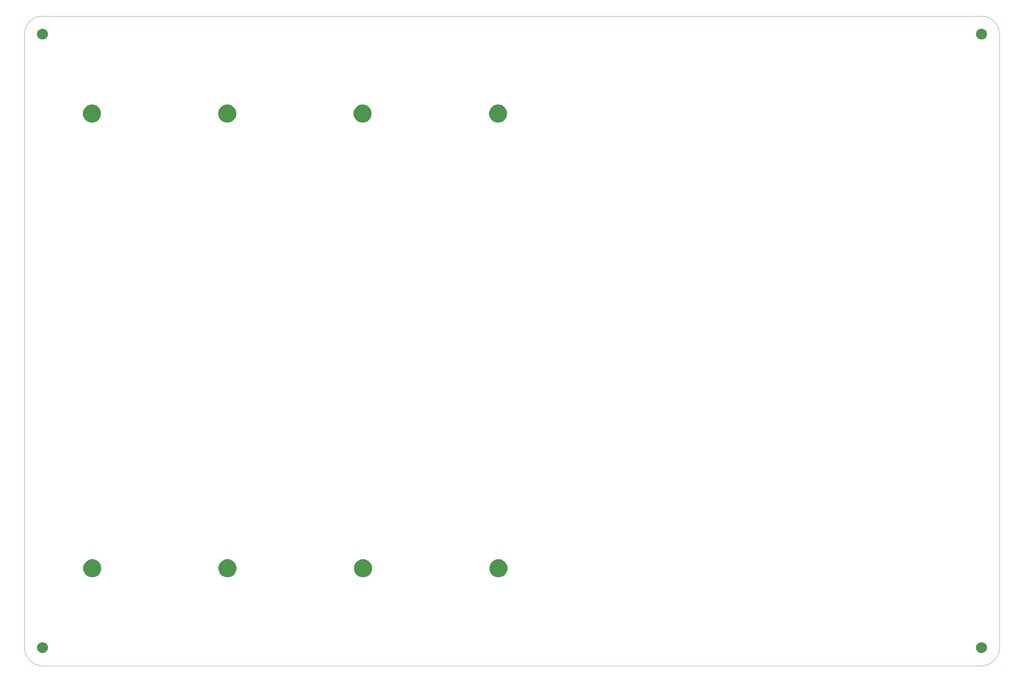
<source format=gbr>
%TF.GenerationSoftware,Altium Limited,Altium Designer,21.6.4 (81)*%
G04 Layer_Color=0*
%FSLAX43Y43*%
%MOMM*%
%TF.SameCoordinates,76D5CAF9-2094-4FD7-9A7B-915B2AFADFAF*%
%TF.FilePolarity,Positive*%
%TF.FileFunction,Profile,NP*%
%TF.Part,Single*%
G01*
G75*
%TA.AperFunction,Profile*%
%ADD138C,0.025*%
G36*
X131150Y150500D02*
X130904D01*
X130421Y150596D01*
X129966Y150785D01*
X129556Y151058D01*
X129208Y151406D01*
X128935Y151816D01*
X128746Y152271D01*
X128650Y152754D01*
Y153000D01*
Y153246D01*
X128746Y153729D01*
X128935Y154184D01*
X129208Y154594D01*
X129556Y154942D01*
X129966Y155215D01*
X130421Y155404D01*
X130904Y155500D01*
X131150D01*
X131396D01*
X131879Y155404D01*
X132334Y155215D01*
X132744Y154942D01*
X133092Y154594D01*
X133365Y154184D01*
X133554Y153729D01*
X133650Y153246D01*
Y153000D01*
Y152754D01*
X133554Y152271D01*
X133365Y151816D01*
X133092Y151406D01*
X132744Y151058D01*
X132334Y150785D01*
X131879Y150596D01*
X131396Y150500D01*
X131150D01*
D01*
D02*
G37*
G36*
X93630D02*
X93384D01*
X92901Y150596D01*
X92446Y150785D01*
X92036Y151058D01*
X91688Y151406D01*
X91415Y151816D01*
X91226Y152271D01*
X91130Y152754D01*
Y153000D01*
Y153246D01*
X91226Y153729D01*
X91415Y154184D01*
X91688Y154594D01*
X92036Y154942D01*
X92446Y155215D01*
X92901Y155404D01*
X93384Y155500D01*
X93630D01*
X93876D01*
X94359Y155404D01*
X94814Y155215D01*
X95224Y154942D01*
X95572Y154594D01*
X95845Y154184D01*
X96034Y153729D01*
X96130Y153246D01*
Y153000D01*
Y152754D01*
X96034Y152271D01*
X95845Y151816D01*
X95572Y151406D01*
X95224Y151058D01*
X94814Y150785D01*
X94359Y150596D01*
X93876Y150500D01*
X93630D01*
D01*
D02*
G37*
G36*
X56180D02*
X55934D01*
X55451Y150596D01*
X54996Y150785D01*
X54586Y151058D01*
X54238Y151406D01*
X53965Y151816D01*
X53776Y152271D01*
X53680Y152754D01*
Y153000D01*
Y153246D01*
X53776Y153729D01*
X53965Y154184D01*
X54238Y154594D01*
X54586Y154942D01*
X54996Y155215D01*
X55451Y155404D01*
X55934Y155500D01*
X56180D01*
X56426D01*
X56909Y155404D01*
X57364Y155215D01*
X57774Y154942D01*
X58122Y154594D01*
X58395Y154184D01*
X58584Y153729D01*
X58680Y153246D01*
Y153000D01*
Y152754D01*
X58584Y152271D01*
X58395Y151816D01*
X58122Y151406D01*
X57774Y151058D01*
X57364Y150785D01*
X56909Y150596D01*
X56426Y150500D01*
X56180D01*
D01*
D02*
G37*
G36*
X18700D02*
X18946D01*
X19429Y150596D01*
X19884Y150785D01*
X20294Y151058D01*
X20642Y151406D01*
X20915Y151816D01*
X21104Y152271D01*
X21200Y152754D01*
Y153000D01*
Y153246D01*
X21104Y153729D01*
X20915Y154184D01*
X20642Y154594D01*
X20294Y154942D01*
X19884Y155215D01*
X19429Y155404D01*
X18946Y155500D01*
X18700D01*
X18454D01*
X17971Y155404D01*
X17516Y155215D01*
X17106Y154942D01*
X16758Y154594D01*
X16485Y154184D01*
X16296Y153729D01*
X16200Y153246D01*
Y153000D01*
Y152754D01*
X16296Y152271D01*
X16485Y151816D01*
X16758Y151406D01*
X17106Y151058D01*
X17516Y150785D01*
X17971Y150596D01*
X18454Y150500D01*
X18700D01*
D01*
D02*
G37*
G36*
X18780Y24500D02*
X18534D01*
X18051Y24596D01*
X17596Y24785D01*
X17186Y25058D01*
X16838Y25406D01*
X16565Y25816D01*
X16376Y26271D01*
X16280Y26754D01*
Y27000D01*
Y27246D01*
X16376Y27729D01*
X16565Y28184D01*
X16838Y28594D01*
X17186Y28942D01*
X17596Y29215D01*
X18051Y29404D01*
X18534Y29500D01*
X18780D01*
X19026D01*
X19509Y29404D01*
X19964Y29215D01*
X20374Y28942D01*
X20722Y28594D01*
X20995Y28184D01*
X21184Y27729D01*
X21280Y27246D01*
Y27000D01*
Y26754D01*
X21184Y26271D01*
X20995Y25816D01*
X20722Y25406D01*
X20374Y25058D01*
X19964Y24785D01*
X19509Y24596D01*
X19026Y24500D01*
X18780D01*
D01*
D02*
G37*
G36*
X53730Y27000D02*
Y26754D01*
X53826Y26271D01*
X54015Y25816D01*
X54288Y25406D01*
X54636Y25058D01*
X55046Y24785D01*
X55501Y24596D01*
X55984Y24500D01*
X56230D01*
X56476D01*
X56959Y24596D01*
X57414Y24785D01*
X57824Y25058D01*
X58172Y25406D01*
X58445Y25816D01*
X58634Y26271D01*
X58730Y26754D01*
Y27000D01*
Y27246D01*
X58634Y27729D01*
X58445Y28184D01*
X58172Y28594D01*
X57824Y28942D01*
X57414Y29215D01*
X56959Y29404D01*
X56476Y29500D01*
X56230D01*
X55984D01*
X55501Y29404D01*
X55046Y29215D01*
X54636Y28942D01*
X54288Y28594D01*
X54015Y28184D01*
X53826Y27729D01*
X53730Y27246D01*
Y27000D01*
D01*
D02*
G37*
G36*
X91270D02*
Y26754D01*
X91366Y26271D01*
X91555Y25816D01*
X91828Y25406D01*
X92176Y25058D01*
X92586Y24785D01*
X93041Y24596D01*
X93524Y24500D01*
X93770D01*
X94016D01*
X94499Y24596D01*
X94954Y24785D01*
X95364Y25058D01*
X95712Y25406D01*
X95985Y25816D01*
X96174Y26271D01*
X96270Y26754D01*
Y27000D01*
Y27246D01*
X96174Y27729D01*
X95985Y28184D01*
X95712Y28594D01*
X95364Y28942D01*
X94954Y29215D01*
X94499Y29404D01*
X94016Y29500D01*
X93770D01*
X93524D01*
X93041Y29404D01*
X92586Y29215D01*
X92176Y28942D01*
X91828Y28594D01*
X91555Y28184D01*
X91366Y27729D01*
X91270Y27246D01*
Y27000D01*
D01*
D02*
G37*
G36*
X128770D02*
Y26754D01*
X128866Y26271D01*
X129055Y25816D01*
X129328Y25406D01*
X129676Y25058D01*
X130086Y24785D01*
X130541Y24596D01*
X131024Y24500D01*
X131270D01*
X131516D01*
X131999Y24596D01*
X132454Y24785D01*
X132864Y25058D01*
X133212Y25406D01*
X133485Y25816D01*
X133674Y26271D01*
X133770Y26754D01*
Y27000D01*
Y27246D01*
X133674Y27729D01*
X133485Y28184D01*
X133212Y28594D01*
X132864Y28942D01*
X132454Y29215D01*
X131999Y29404D01*
X131516Y29500D01*
X131270D01*
X131024D01*
X130541Y29404D01*
X130086Y29215D01*
X129676Y28942D01*
X129328Y28594D01*
X129055Y28184D01*
X128866Y27729D01*
X128770Y27246D01*
Y27000D01*
D01*
D02*
G37*
G36*
X5000Y3500D02*
X4852D01*
X4562Y3558D01*
X4289Y3671D01*
X4044Y3835D01*
X3835Y4044D01*
X3671Y4289D01*
X3558Y4562D01*
X3500Y4852D01*
Y5000D01*
Y5148D01*
X3558Y5438D01*
X3671Y5711D01*
X3835Y5956D01*
X4044Y6165D01*
X4289Y6329D01*
X4562Y6442D01*
X4852Y6500D01*
X5000D01*
X5148D01*
X5438Y6442D01*
X5711Y6329D01*
X5956Y6165D01*
X6165Y5956D01*
X6329Y5711D01*
X6442Y5438D01*
X6500Y5148D01*
Y5000D01*
Y4852D01*
X6442Y4562D01*
X6329Y4289D01*
X6165Y4044D01*
X5956Y3835D01*
X5711Y3671D01*
X5438Y3558D01*
X5148Y3500D01*
X5000D01*
D01*
D02*
G37*
G36*
X263500Y5000D02*
Y4852D01*
X263558Y4562D01*
X263671Y4289D01*
X263835Y4044D01*
X264044Y3835D01*
X264289Y3671D01*
X264562Y3558D01*
X264852Y3500D01*
X265000D01*
X265148D01*
X265438Y3558D01*
X265711Y3671D01*
X265956Y3835D01*
X266165Y4044D01*
X266329Y4289D01*
X266442Y4562D01*
X266500Y4852D01*
Y5000D01*
Y5148D01*
X266442Y5438D01*
X266329Y5711D01*
X266165Y5956D01*
X265956Y6165D01*
X265711Y6329D01*
X265438Y6442D01*
X265148Y6500D01*
X265000D01*
X264852D01*
X264562Y6442D01*
X264289Y6329D01*
X264044Y6165D01*
X263835Y5956D01*
X263671Y5711D01*
X263558Y5438D01*
X263500Y5148D01*
Y5000D01*
D01*
D02*
G37*
G36*
Y175000D02*
Y174852D01*
X263558Y174562D01*
X263671Y174289D01*
X263835Y174044D01*
X264044Y173835D01*
X264289Y173671D01*
X264562Y173558D01*
X264852Y173500D01*
X265000D01*
X265148D01*
X265438Y173558D01*
X265711Y173671D01*
X265956Y173835D01*
X266165Y174044D01*
X266329Y174289D01*
X266442Y174562D01*
X266500Y174852D01*
Y175000D01*
Y175148D01*
X266442Y175438D01*
X266329Y175711D01*
X266165Y175956D01*
X265956Y176165D01*
X265711Y176329D01*
X265438Y176442D01*
X265148Y176500D01*
X265000D01*
X264852D01*
X264562Y176442D01*
X264289Y176329D01*
X264044Y176165D01*
X263835Y175956D01*
X263671Y175711D01*
X263558Y175438D01*
X263500Y175148D01*
Y175000D01*
D01*
D02*
G37*
G36*
X5000Y173500D02*
X4852D01*
X4562Y173558D01*
X4289Y173671D01*
X4044Y173835D01*
X3835Y174044D01*
X3671Y174289D01*
X3558Y174562D01*
X3500Y174852D01*
Y175000D01*
Y175148D01*
X3558Y175438D01*
X3671Y175711D01*
X3835Y175956D01*
X4044Y176165D01*
X4289Y176329D01*
X4562Y176442D01*
X4852Y176500D01*
X5000D01*
X5148D01*
X5438Y176442D01*
X5711Y176329D01*
X5956Y176165D01*
X6165Y175956D01*
X6329Y175711D01*
X6442Y175438D01*
X6500Y175148D01*
Y175000D01*
Y174852D01*
X6442Y174562D01*
X6329Y174289D01*
X6165Y174044D01*
X5956Y173835D01*
X5711Y173671D01*
X5438Y173558D01*
X5148Y173500D01*
X5000D01*
D01*
D02*
G37*
D138*
X0Y5000D02*
X-0Y175000D01*
D02*
G02*
X5000Y180000I5000J-0D01*
G01*
X265000D01*
D02*
G02*
X270000Y175000I0J-5000D01*
G01*
X270000Y5000D01*
D02*
G02*
X265000Y0I-5000J-0D01*
G01*
X5000Y0D01*
D02*
G02*
X0Y5000I-0J5000D01*
G01*
%TF.MD5,e3800d6a31fea03815d5397a42c96e85*%
M02*

</source>
